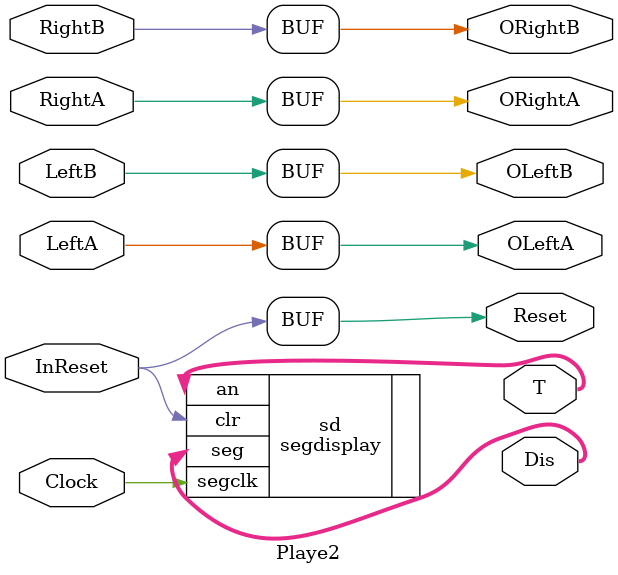
<source format=v>
`timescale 1ns / 1ps

module Playe2(
	 input Clock,
	 input LeftA,
	 input LeftB,
	 input RightA,
	 input RightB,
	 input InReset,
	 output OLeftA,
	 output OLeftB,
	 output ORightA,
	 output ORightB,
	 output Reset,
	 output [6:0] Dis,
	 output [3:0] T
    );
	 
	 segdisplay sd (.segclk(Clock), .clr(InReset), .seg(Dis), .an(T));
	 
	 assign OLeftA = LeftA;
	 assign OLeftB = LeftB;
	 
	 assign ORightA = RightA;
	 assign ORightB = RightB;
	 
	 assign Reset = InReset;


endmodule

</source>
